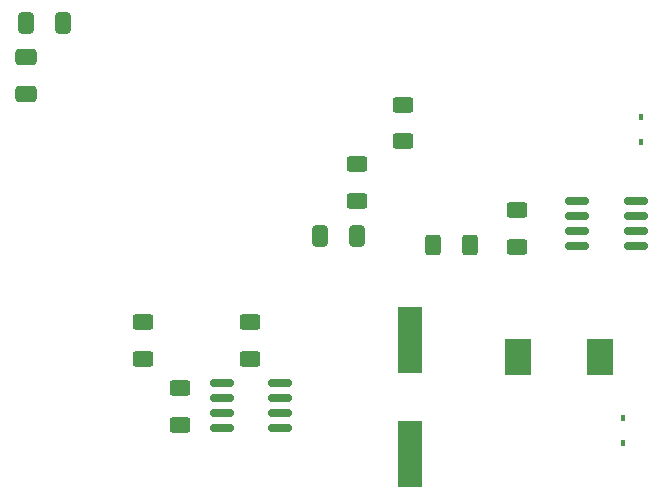
<source format=gtp>
%TF.GenerationSoftware,KiCad,Pcbnew,(6.0.1)*%
%TF.CreationDate,2022-02-01T16:24:05+01:00*%
%TF.ProjectId,Drawer_Controller,44726177-6572-45f4-936f-6e74726f6c6c,rev?*%
%TF.SameCoordinates,Original*%
%TF.FileFunction,Paste,Top*%
%TF.FilePolarity,Positive*%
%FSLAX46Y46*%
G04 Gerber Fmt 4.6, Leading zero omitted, Abs format (unit mm)*
G04 Created by KiCad (PCBNEW (6.0.1)) date 2022-02-01 16:24:05*
%MOMM*%
%LPD*%
G01*
G04 APERTURE LIST*
G04 Aperture macros list*
%AMRoundRect*
0 Rectangle with rounded corners*
0 $1 Rounding radius*
0 $2 $3 $4 $5 $6 $7 $8 $9 X,Y pos of 4 corners*
0 Add a 4 corners polygon primitive as box body*
4,1,4,$2,$3,$4,$5,$6,$7,$8,$9,$2,$3,0*
0 Add four circle primitives for the rounded corners*
1,1,$1+$1,$2,$3*
1,1,$1+$1,$4,$5*
1,1,$1+$1,$6,$7*
1,1,$1+$1,$8,$9*
0 Add four rect primitives between the rounded corners*
20,1,$1+$1,$2,$3,$4,$5,0*
20,1,$1+$1,$4,$5,$6,$7,0*
20,1,$1+$1,$6,$7,$8,$9,0*
20,1,$1+$1,$8,$9,$2,$3,0*%
G04 Aperture macros list end*
%ADD10R,2.000000X5.700000*%
%ADD11RoundRect,0.250000X0.625000X-0.400000X0.625000X0.400000X-0.625000X0.400000X-0.625000X-0.400000X0*%
%ADD12RoundRect,0.150000X-0.825000X-0.150000X0.825000X-0.150000X0.825000X0.150000X-0.825000X0.150000X0*%
%ADD13RoundRect,0.250000X-0.400000X-0.625000X0.400000X-0.625000X0.400000X0.625000X-0.400000X0.625000X0*%
%ADD14RoundRect,0.250000X-0.625000X0.400000X-0.625000X-0.400000X0.625000X-0.400000X0.625000X0.400000X0*%
%ADD15R,0.450000X0.600000*%
%ADD16RoundRect,0.250000X0.412500X0.650000X-0.412500X0.650000X-0.412500X-0.650000X0.412500X-0.650000X0*%
%ADD17RoundRect,0.250000X-0.650000X0.412500X-0.650000X-0.412500X0.650000X-0.412500X0.650000X0.412500X0*%
%ADD18R,2.250000X3.120000*%
G04 APERTURE END LIST*
D10*
%TO.C,C4*%
X166000000Y-142050000D03*
X166000000Y-132350000D03*
%TD*%
D11*
%TO.C,R6*%
X146500000Y-139550000D03*
X146500000Y-136450000D03*
%TD*%
D12*
%TO.C,Q1*%
X180125000Y-120595000D03*
X180125000Y-121865000D03*
X180125000Y-123135000D03*
X180125000Y-124405000D03*
X185075000Y-124405000D03*
X185075000Y-123135000D03*
X185075000Y-121865000D03*
X185075000Y-120595000D03*
%TD*%
D13*
%TO.C,R2*%
X167950000Y-124300000D03*
X171050000Y-124300000D03*
%TD*%
D12*
%TO.C,Q2*%
X150025000Y-135995000D03*
X150025000Y-137265000D03*
X150025000Y-138535000D03*
X150025000Y-139805000D03*
X154975000Y-139805000D03*
X154975000Y-138535000D03*
X154975000Y-137265000D03*
X154975000Y-135995000D03*
%TD*%
D14*
%TO.C,R3*%
X143400000Y-130850000D03*
X143400000Y-133950000D03*
%TD*%
D15*
%TO.C,D2*%
X185500000Y-115600000D03*
X185500000Y-113500000D03*
%TD*%
D14*
%TO.C,R5*%
X152400000Y-130850000D03*
X152400000Y-133950000D03*
%TD*%
D16*
%TO.C,C1*%
X136562500Y-105500000D03*
X133437500Y-105500000D03*
%TD*%
D11*
%TO.C,R4*%
X175000000Y-124450000D03*
X175000000Y-121350000D03*
%TD*%
D15*
%TO.C,D3*%
X184000000Y-138950000D03*
X184000000Y-141050000D03*
%TD*%
D17*
%TO.C,C2*%
X133500000Y-108437500D03*
X133500000Y-111562500D03*
%TD*%
D11*
%TO.C,R7*%
X161450000Y-120600000D03*
X161450000Y-117500000D03*
%TD*%
D16*
%TO.C,C3*%
X161512500Y-123550000D03*
X158387500Y-123550000D03*
%TD*%
D14*
%TO.C,R1*%
X165400000Y-112450000D03*
X165400000Y-115550000D03*
%TD*%
D18*
%TO.C,D1*%
X175145000Y-133800000D03*
X182055000Y-133800000D03*
%TD*%
M02*

</source>
